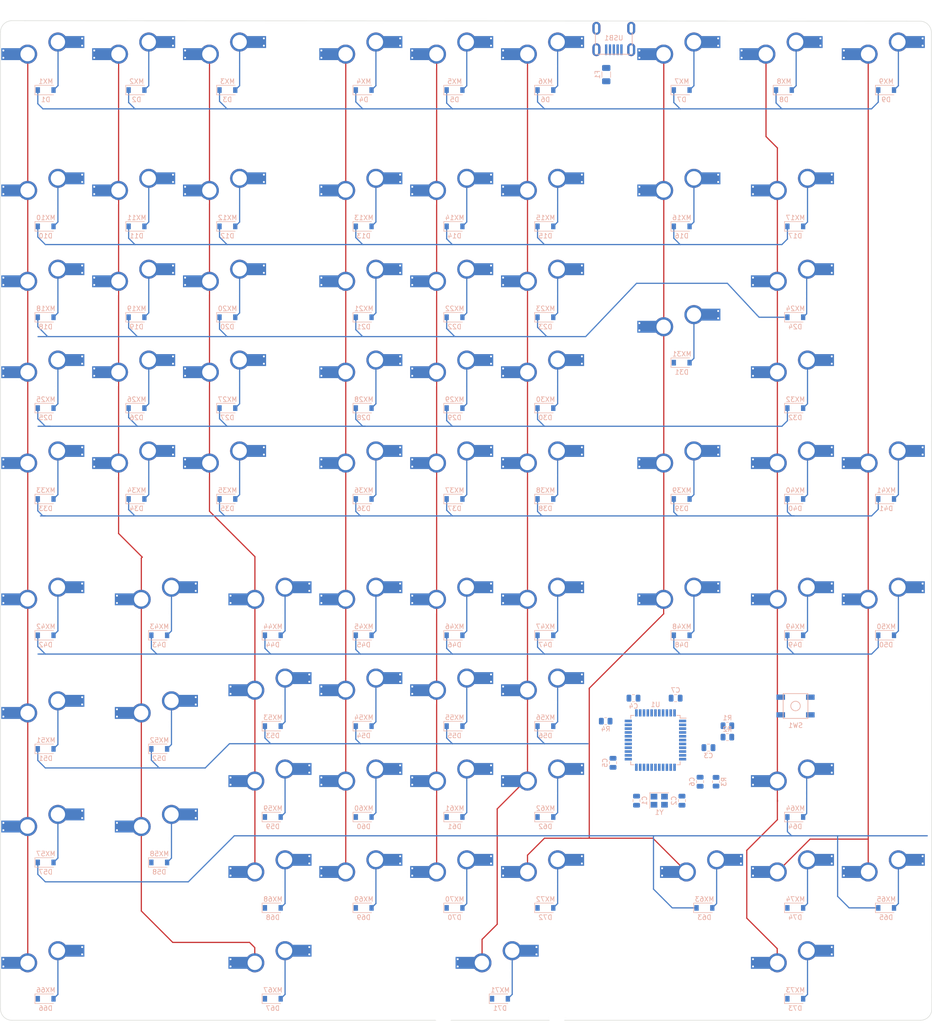
<source format=kicad_pcb>
(kicad_pcb (version 20211014) (generator pcbnew)
  (layers (0 "F.Cu" signal) (31 "B.Cu" signal) (34 "B.Paste" user) (35 "F.Paste" user) (36 "B.SilkS" user "B.Silkscreen") (37 "F.SilkS" user "F.Silkscreen") (38 "B.Mask" user) (39 "F.Mask" user) (44 "Edge.Cuts" user))
  (net 0 "")
  (net 1 "GND")
  (net 2 "Net-(C1-Pad2)")
  (net 3 "Net-(C2-Pad2)")
  (net 4 "Net-(C3-Pad1)")
  (net 5 "+5V")
  (net 6 "ROW0")
  (net 7 "Net-(D1-Pad2)")
  (net 8 "Net-(D2-Pad2)")
  (net 9 "Net-(D3-Pad2)")
  (net 10 "Net-(D4-Pad2)")
  (net 11 "Net-(D5-Pad2)")
  (net 12 "Net-(D6-Pad2)")
  (net 13 "Net-(D7-Pad2)")
  (net 14 "Net-(D8-Pad2)")
  (net 15 "Net-(D9-Pad2)")
  (net 16 "ROW1")
  (net 17 "Net-(D10-Pad2)")
  (net 18 "Net-(D11-Pad2)")
  (net 19 "Net-(D12-Pad2)")
  (net 20 "Net-(D13-Pad2)")
  (net 21 "Net-(D14-Pad2)")
  (net 22 "Net-(D15-Pad2)")
  (net 23 "Net-(D16-Pad2)")
  (net 24 "Net-(D17-Pad2)")
  (net 25 "ROW2")
  (net 26 "Net-(D18-Pad2)")
  (net 27 "Net-(D19-Pad2)")
  (net 28 "Net-(D20-Pad2)")
  (net 29 "Net-(D21-Pad2)")
  (net 30 "Net-(D22-Pad2)")
  (net 31 "Net-(D23-Pad2)")
  (net 32 "Net-(D24-Pad2)")
  (net 33 "ROW3")
  (net 34 "Net-(D25-Pad2)")
  (net 35 "Net-(D26-Pad2)")
  (net 36 "Net-(D27-Pad2)")
  (net 37 "Net-(D28-Pad2)")
  (net 38 "Net-(D29-Pad2)")
  (net 39 "Net-(D30-Pad2)")
  (net 40 "Net-(D31-Pad2)")
  (net 41 "Net-(D32-Pad2)")
  (net 42 "ROW4")
  (net 43 "Net-(D33-Pad2)")
  (net 44 "Net-(D34-Pad2)")
  (net 45 "Net-(D35-Pad2)")
  (net 46 "Net-(D36-Pad2)")
  (net 47 "Net-(D37-Pad2)")
  (net 48 "Net-(D38-Pad2)")
  (net 49 "Net-(D39-Pad2)")
  (net 50 "Net-(D40-Pad2)")
  (net 51 "Net-(D41-Pad2)")
  (net 52 "ROW5")
  (net 53 "Net-(D42-Pad2)")
  (net 54 "Net-(D43-Pad2)")
  (net 55 "Net-(D44-Pad2)")
  (net 56 "Net-(D45-Pad2)")
  (net 57 "Net-(D46-Pad2)")
  (net 58 "Net-(D47-Pad2)")
  (net 59 "Net-(D48-Pad2)")
  (net 60 "Net-(D49-Pad2)")
  (net 61 "Net-(D50-Pad2)")
  (net 62 "ROW6")
  (net 63 "Net-(D51-Pad2)")
  (net 64 "Net-(D52-Pad2)")
  (net 65 "Net-(D53-Pad2)")
  (net 66 "Net-(D54-Pad2)")
  (net 67 "Net-(D55-Pad2)")
  (net 68 "Net-(D56-Pad2)")
  (net 69 "ROW7")
  (net 70 "Net-(D57-Pad2)")
  (net 71 "Net-(D58-Pad2)")
  (net 72 "Net-(D59-Pad2)")
  (net 73 "Net-(D60-Pad2)")
  (net 74 "Net-(D61-Pad2)")
  (net 75 "Net-(D62-Pad2)")
  (net 76 "Net-(D63-Pad2)")
  (net 77 "Net-(D64-Pad2)")
  (net 78 "Net-(D65-Pad2)")
  (net 79 "ROW8")
  (net 80 "Net-(D66-Pad2)")
  (net 81 "Net-(D67-Pad2)")
  (net 82 "Net-(D68-Pad2)")
  (net 83 "Net-(D69-Pad2)")
  (net 84 "Net-(D70-Pad2)")
  (net 85 "Net-(D71-Pad2)")
  (net 86 "Net-(D72-Pad2)")
  (net 87 "Net-(D73-Pad2)")
  (net 88 "Net-(D74-Pad2)")
  (net 89 "VCC")
  (net 90 "COL0")
  (net 91 "cOL1")
  (net 92 "COL2")
  (net 93 "COL3")
  (net 94 "COL4")
  (net 95 "COL5")
  (net 96 "COL6")
  (net 97 "COL7")
  (net 98 "COL8")
  (net 99 "D-")
  (net 100 "Net-(R1-Pad2)")
  (net 101 "D+")
  (net 102 "Net-(R2-Pad2)")
  (net 103 "Net-(R3-Pad2)")
  (net 104 "Net-(R4-Pad1)")
  (footprint "MX_Only:MXOnly-1U-Hotswap-Antishear-Dvdcd-Mod" (layer "F.Cu") (at -308.0036 84.1629)
    (fp_text reference "MX11")
    (fp_text value "MX-NoLED")
  )
  (footprint "MX_Only:MXOnly-1U-Hotswap-Antishear-Dvdcd-Mod" (layer "F.Cu") (at -241.3286 207.9879)
    (fp_text reference "MX61")
    (fp_text value "MX-NoLED")
  )
  (footprint "MX_Only:MXOnly-1U-Hotswap-Antishear-Dvdcd-Mod" (layer "F.Cu") (at -327.0536 122.2629)
    (fp_text reference "MX25")
    (fp_text value "MX-NoLED")
  )
  (footprint "MX_Only:MXOnly-1U-Hotswap-Antishear-Dvdcd-Mod" (layer "F.Cu") (at -241.3286 55.5879)
    (fp_text reference "MX5")
    (fp_text value "MX-NoLED")
  )
  (footprint "MX_Only:MXOnly-1U-Hotswap-Antishear-Dvdcd-Mod" (layer "F.Cu") (at -222.2786 55.5879)
    (fp_text reference "MX6")
    (fp_text value "MX-NoLED")
  )
  (footprint "MX_Only:MXOnly-1U-Hotswap-Antishear-Dvdcd-Mod" (layer "F.Cu") (at -327.0536 193.7004)
    (fp_text reference "MX51")
    (fp_text value "MX-NoLED")
  )
  (footprint "MX_Only:MXOnly-1U-Hotswap-Antishear-Dvdcd-Mod" (layer "F.Cu") (at -241.3286 169.8879)
    (fp_text reference "MX46")
    (fp_text value "MX-NoLED")
  )
  (footprint "MX_Only:MXOnly-1U-Hotswap-Antishear-Dvdcd-Mod" (layer "F.Cu") (at -222.2786 227.0379)
    (fp_text reference "MX72")
    (fp_text value "MX-NoLED")
  )
  (footprint "MX_Only:MXOnly-1U-Hotswap-Antishear-Dvdcd-Mod" (layer "F.Cu") (at -327.0536 217.5129)
    (fp_text reference "MX57")
    (fp_text value "MX-NoLED")
  )
  (footprint "MX_Only:MXOnly-1U-Hotswap-Antishear-Dvdcd-Mod" (layer "F.Cu") (at -308.0036 103.2129)
    (fp_text reference "MX19")
    (fp_text value "MX-NoLED")
  )
  (footprint "MX_Only:MXOnly-1U-Hotswap-Antishear-Dvdcd-Mod" (layer "F.Cu") (at -260.3786 227.0379)
    (fp_text reference "MX69")
    (fp_text value "MX-NoLED")
  )
  (footprint "MX_Only:MXOnly-1U-Hotswap-Antishear-Dvdcd-Mod" (layer "F.Cu") (at -241.3286 188.9379)
    (fp_text reference "MX55")
    (fp_text value "MX-NoLED")
  )
  (footprint "MX_Only:MXOnly-1U-Hotswap-Antishear-Dvdcd-Mod" (layer "F.Cu") (at -241.3286 103.2129)
    (fp_text reference "MX22")
    (fp_text value "MX-NoLED")
  )
  (footprint "MX_Only:MXOnly-1U-Hotswap-Antishear-Dvdcd-Mod" (layer "F.Cu") (at -150.8411 55.5879)
    (fp_text reference "MX9")
    (fp_text value "MX-NoLED")
  )
  (footprint "MX_Only:MXOnly-1U-Hotswap-Antishear-Dvdcd-Mod" (layer "F.Cu") (at -279.4286 246.0879)
    (fp_text reference "MX67")
    (fp_text value "MX-NoLED")
  )
  (footprint "MX_Only:MXOnly-1U-Hotswap-Antishear-Dvdcd-Mod" (layer "F.Cu") (at -169.8911 169.8879)
    (fp_text reference "MX49")
    (fp_text value "MX-NoLED")
  )
  (footprint "MX_Only:MXOnly-1U-Hotswap-Antishear-Dvdcd-Mod" (layer "F.Cu") (at -288.9536 141.3129)
    (fp_text reference "MX35")
    (fp_text value "MX-NoLED")
  )
  (footprint "MX_Only:MXOnly-1U-Hotswap-Antishear-Dvdcd-Mod" (layer "F.Cu") (at -260.3786 141.3129)
    (fp_text reference "MX36")
    (fp_text value "MX-NoLED")
  )
  (footprint "MX_Only:MXOnly-1U-Hotswap-Antishear-Dvdcd-Mod" (layer "F.Cu") (at -288.9536 84.1629)
    (fp_text reference "MX12")
    (fp_text value "MX-NoLED")
  )
  (footprint "MX_Only:MXOnly-1U-Hotswap-Antishear-Dvdcd-Mod" (layer "F.Cu") (at -279.4286 227.0379)
    (fp_text reference "MX68")
    (fp_text value "MX-NoLED")
  )
  (footprint "MX_Only:MXOnly-1U-Hotswap-Antishear-Dvdcd-Mod" (layer "F.Cu") (at -327.0536 169.8879)
    (fp_text reference "MX42")
    (fp_text value "MX-NoLED")
  )
  (footprint "MX_Only:MXOnly-1U-Hotswap-Antishear-Dvdcd-Mod" (layer "F.Cu") (at -303.2411 193.7004)
    (fp_text reference "MX52")
    (fp_text value "MX-NoLED")
  )
  (footprint "marbastlib-mx:STAB_MX_2u" (layer "F.Cu") (at -231.8036 246.0879)
    (fp_text reference "S71" hide)
    (fp_text value "MX_stab")
  )
  (footprint "MX_Only:MXOnly-1U-Hotswap-Antishear-Dvdcd-Mod" (layer "F.Cu") (at -222.2786 84.1629)
    (fp_text reference "MX15")
    (fp_text value "MX-NoLED")
  )
  (footprint "MX_Only:MXOnly-1U-Hotswap-Antishear-Dvdcd-Mod" (layer "F.Cu") (at -241.3286 84.1629)
    (fp_text reference "MX14")
    (fp_text value "MX-NoLED")
  )
  (footprint "MX_Only:MXOnly-1U-Hotswap-Antishear-Dvdcd-Mod" (layer "F.Cu") (at -279.4286 188.9379)
    (fp_text reference "MX53")
    (fp_text value "MX-NoLED")
  )
  (footprint "MX_Only:MXOnly-1U-Hotswap-Antishear-Dvdcd-Mod" (layer "F.Cu") (at -169.8911 141.3129)
    (fp_text reference "MX40")
    (fp_text value "MX-NoLED")
  )
  (footprint "MX_Only:MXOnly-1U-Hotswap-Antishear-Dvdcd-Mod" (layer "F.Cu") (at -327.0536 246.0879)
    (fp_text reference "MX66")
    (fp_text value "MX-NoLED")
  )
  (footprint "MX_Only:MXOnly-1U-Hotswap-Antishear-Dvdcd-Mod" (layer "F.Cu") (at -327.0536 84.1629)
    (fp_text reference "MX10")
    (fp_text value "MX-NoLED")
  )
  (footprint "MX_Only:MXOnly-1U-Hotswap-Antishear-Dvdcd-Mod" (layer "F.Cu") (at -260.3786 103.2129)
    (fp_text reference "MX21")
    (fp_text value "MX-NoLED")
  )
  (footprint "MX_Only:MXOnly-1U-Hotswap-Antishear-Dvdcd-Mod" (layer "F.Cu") (at -222.2786 207.9879)
    (fp_text reference "MX62")
    (fp_text value "MX-NoLED")
  )
  (footprint "MX_Only:MXOnly-1U-Hotswap-Antishear-Dvdcd-Mod" (layer "F.Cu") (at -169.8911 122.2629)
    (fp_text reference "MX32")
    (fp_text value "MX-NoLED")
  )
  (footprint "MX_Only:MXOnly-1U-Hotswap-Antishear-Dvdcd-Mod" (layer "F.Cu") (at -222.2786 188.9379)
    (fp_text reference "MX56")
    (fp_text value "MX-NoLED")
  )
  (footprint "MX_Only:MXOnly-1U-Hotswap-Antishear-Dvdcd-Mod" (layer "F.Cu") (at -222.2786 141.3129)
    (fp_text reference "MX38")
    (fp_text value "MX-NoLED")
  )
  (footprint "MX_Only:MXOnly-1U-Hotswap-Antishear-Dvdcd-Mod" (layer "F.Cu") (at -279.4286 169.8879)
    (fp_text reference "MX44")
    (fp_text value "MX-NoLED")
  )
  (footprint "MX_Only:MXOnly-1U-Hotswap-Antishear-Dvdcd-Mod" (layer "F.Cu") (at -169.8911 227.0379)
    (fp_text reference "MX74")
    (fp_text value "MX-NoLED")
  )
  (footprint "MX_Only:MXOnly-1U-Hotswap-Antishear-Dvdcd-Mod" (layer "F.Cu") (at -260.3786 122.2629)
    (fp_text reference "MX28")
    (fp_text value "MX-NoLED")
  )
  (footprint "MX_Only:MXOnly-1U-Hotswap-Antishear-Dvdcd-Mod" (layer "F.Cu") (at -222.2786 122.2629)
    (fp_text reference "MX30")
    (fp_text value "MX-NoLED")
  )
  (footprint "MX_Only:MXOnly-1U-Hotswap-Antishear-Dvdcd-Mod" (layer "F.Cu") (at -188.9411 227.0379)
    (fp_text reference "MX63")
    (fp_text value "MX-NoLED")
  )
  (footprint "MX_Only:MXOnly-1U-Hotswap-Antishear-Dvdcd-Mod" (layer "F.Cu") (at -260.3786 207.9879)
    (fp_text reference "MX60")
    (fp_text value "MX-NoLED")
  )
  (footprint "MX_Only:MXOnly-1U-Hotswap-Antishear-Dvdcd-Mod" (layer "F.Cu") (at -260.3786 169.8879)
    (fp_text reference "MX45")
    (fp_text value "MX-NoLED")
  )
  (footprint "MX_Only:MXOnly-1U-Hotswap-Antishear-Dvdcd-Mod" (layer "F.Cu") (at -169.8911 207.9879)
    (fp_text reference "MX64")
    (fp_text value "MX-NoLED")
  )
  (footprint "MX_Only:MXOnly-1U-Hotswap-Antishear-Dvdcd-Mod" (layer "F.Cu") (at -308.0036 122.2629)
    (fp_text reference "MX26")
    (fp_text value "MX-NoLED")
  )
  (footprint "MX_Only:MXOnly-1U-Hotswap-Antishear-Dvdcd-Mod" (layer "F.Cu") (at -169.8911 103.2129)
    (fp_text reference "MX24")
    (fp_text value "MX-NoLED")
  )
  (footprint "MX_Only:MXOnly-1U-Hotswap-Antishear-Dvdcd-Mod" (layer "F.Cu") (at -260.3786 84.1629)
    (fp_text reference "MX13")
    (fp_text value "MX-NoLED")
  )
  (footprint "MX_Only:MXOnly-1U-Hotswap-Antishear-Dvdcd-Mod" (layer "F.Cu") (at -231.8036 246.0879)
    (fp_text reference "MX71")
    (fp_text value "MX-NoLED")
  )
  (footprint "MX_Only:MXOnly-1U-Hotswap-Antishear-Dvdcd-Mod" (layer "F.Cu") (at -241.3286 141.3129)
    (fp_text reference "MX37")
    (fp_text value "MX-NoLED")
  )
  (footprint "MX_Only:MXOnly-1U-Hotswap-Antishear-Dvdcd-Mod" (layer "F.Cu") (at -327.0536 55.5879)
    (fp_text reference "MX1")
    (fp_text value "MX-NoLED")
  )
  (footprint "MX_Only:MXOnly-1U-Hotswap-Antishear-Dvdcd-Mod" (layer "F.Cu") (at -222.2786 103.2129)
    (fp_text reference "MX23")
    (fp_text value "MX-NoLED")
  )
  (footprint "MX_Only:MXOnly-1U-Hotswap-Antishear-Dvdcd-Mod" (layer "F.Cu") (at -222.2786 169.8879)
    (fp_text reference "MX47")
    (fp_text value "MX-NoLED")
  )
  (footprint "MX_Only:MXOnly-1U-Hotswap-Antishear-Dvdcd-Mod" (layer "F.Cu") (at -288.9536 55.5879)
    (fp_text reference "MX3")
    (fp_text value "MX-NoLED")
  )
  (footprint "MX_Only:MXOnly-1U-Hotswap-Antishear-Dvdcd-Mod" (layer "F.Cu") (at -241.3286 227.0379)
    (fp_text reference "MX70")
    (fp_text value "MX-NoLED")
  )
  (footprint "MX_Only:MXOnly-1U-Hotswap-Antishear-Dvdcd-Mod" (layer "F.Cu") (at -193.7036 84.1629)
    (fp_text reference "MX16")
    (fp_text value "MX-NoLED")
  )
  (footprint "MX_Only:MXOnly-1U-Hotswap-Antishear-Dvdcd-Mod" (layer "F.Cu") (at -172.27235 55.5879)
    (fp_text reference "MX8")
    (fp_text value "MX-NoLED")
  )
  (footprint "MX_Only:MXOnly-1U-Hotswap-Antishear-Dvdcd-Mod" (layer "F.Cu") (at -327.0536 141.3129)
    (fp_text reference "MX33")
    (fp_text value "MX-NoLED")
  )
  (footprint "MX_Only:MXOnly-1U-Hotswap-Antishear-Dvdcd-Mod" (layer "F.Cu") (at -308.0036 55.5879)
    (fp_text reference "MX2")
    (fp_text value "MX-NoLED")
  )
  (footprint "MX_Only:MXOnly-1U-Hotswap-Antishear-Dvdcd-Mod" (layer "F.Cu") (at -288.9536 122.2629)
    (fp_text reference "MX27")
    (fp_text value "MX-NoLED")
  )
  (footprint "MX_Only:MXOnly-1U-Hotswap-Antishear-Dvdcd-Mod" (layer "F.Cu") (at -193.7036 112.7379)
    (fp_text reference "MX31")
    (fp_text value "MX-NoLED")
  )
  (footprint "MX_Only:MXOnly-1U-Hotswap-Antishear-Dvdcd-Mod" (layer "F.Cu") (at -150.8411 169.8879)
    (fp_text reference "MX50")
    (fp_text value "MX-NoLED")
  )
  (footprint "MX_Only:MXOnly-1U-Hotswap-Antishear-Dvdcd-Mod" (layer "F.Cu") (at -150.8411 141.3129)
    (fp_text reference "MX41")
    (fp_text value "MX-NoLED")
  )
  (footprint "MX_Only:MXOnly-1U-Hotswap-Antishear-Dvdcd-Mod" (layer "F.Cu") (at -279.4286 207.9879)
    (fp_text reference "MX59")
    (fp_text value "MX-NoLED")
  )
  (footprint "MX_Only:MXOnly-1U-Hotswap-Antishear-Dvdcd-Mod" (layer "F.Cu") (at -150.8411 227.0379)
    (fp_text reference "MX65")
    (fp_text value "MX-NoLED")
  )
  (footprint "MX_Only:MXOnly-1U-Hotswap-Antishear-Dvdcd-Mod" (layer "F.Cu") (at -193.7036 169.8879)
    (fp_text reference "MX48")
    (fp_text value "MX-NoLED")
  )
  (footprint "MX_Only:MXOnly-1U-Hotswap-Antishear-Dvdcd-Mod" (layer "F.Cu") (at -303.2411 217.5129)
    (fp_text reference "MX58")
    (fp_text value "MX-NoLED")
  )
  (footprint "MX_Only:MXOnly-1U-Hotswap-Antishear-Dvdcd-Mod" (layer "F.Cu") (at -169.8911 246.0879)
    (fp_text reference "MX73")
    (fp_text value "MX-NoLED")
  )
  (footprint "MX_Only:MXOnly-1U-Hotswap-Antishear-Dvdcd-Mod" (layer "F.Cu") (at -288.9536 103.2129)
    (fp_text reference "MX20")
    (fp_text value "MX-NoLED")
  )
  (footprint "MX_Only:MXOnly-1U-Hotswap-Antishear-Dvdcd-Mod" (layer "F.Cu") (at -303.2411 169.8879)
    (fp_text reference "MX43")
    (fp_text value "MX-NoLED")
  )
  (footprint "MX_Only:MXOnly-1U-Hotswap-Antishear-Dvdcd-Mod" (layer "F.Cu") (at -308.0036 141.3129)
    (fp_text reference "MX34")
    (fp_text value "MX-NoLED")
  )
  (footprint "MX_Only:MXOnly-1U-Hotswap-Antishear-Dvdcd-Mod" (layer "F.Cu") (at -193.7036 141.3129)
    (fp_text reference "MX39")
    (fp_text value "MX-NoLED")
  )
  (footprint "MX_Only:MXOnly-1U-Hotswap-Antishear-Dvdcd-Mod" (layer "F.Cu") (at -169.8911 84.1629)
    (fp_text reference "MX17")
    (fp_text value "MX-NoLED")
  )
  (footprint "MX_Only:MXOnly-1U-Hotswap-Antishear-Dvdcd-Mod" (layer "F.Cu") (at -260.3786 55.5879)
    (fp_text reference "MX4")
    (fp_text value "MX-NoLED")
  )
  (footprint "MX_Only:MXOnly-1U-Hotswap-Antishear-Dvdcd-Mod" (layer "F.Cu") (at -193.7036 55.5879)
    (fp_text reference "MX7")
    (fp_text value "MX-NoLED")
  )
  (footprint "MX_Only:MXOnly-1U-Hotswap-Antishear-Dvdcd-Mod" (layer "F.Cu") (at -327.0536 103.2129)
    (fp_text reference "MX18")
    (fp_text value "MX-NoLED")
  )
  (footprint "MX_Only:MXOnly-1U-Hotswap-Antishear-Dvdcd-Mod" (layer "F.Cu") (at -260.3786 188.9379)
    (fp_text reference "MX54")
    (fp_text value "MX-NoLED")
  )
  (footprint "MX_Only:MXOnly-1U-Hotswap-Antishear-Dvdcd-Mod" (layer "F.Cu") (at -241.3286 122.2629)
    (fp_text reference "MX29")
    (fp_text value "MX-NoLED")
  )
  (footprint "Diode_SMD:D_SOD-123" (layer "B.Cu") (at -169.9165 108.204)
    (fp_text reference "D24")
    (fp_text value "SOD-123")
  )
  (footprint "Diode_SMD:D_SOD-123" (layer "B.Cu") (at -279.454 193.929)
    (fp_text reference "D53")
    (fp_text value "SOD-123")
  )
  (footprint "Diode_SMD:D_SOD-123" (layer "B.Cu") (at -241.354 127.254)
    (fp_text reference "D29")
    (fp_text value "SOD-123")
  )
  (footprint "Capacitor_SMD:C_0805_2012Metric" (layer "B.Cu") (at -208.13125 201.6125 -90)
    (fp_text reference "C5")
    (fp_text value "0.1uF")
  )
  (footprint "Diode_SMD:D_SOD-123" (layer "B.Cu") (at -222.304 60.579)
    (fp_text reference "D6")
    (fp_text value "SOD-123")
  )
  (footprint "Capacitor_SMD:C_0805_2012Metric" (layer "B.Cu") (at -203.2 209.55 90)
    (fp_text reference "C1")
    (fp_text value "22pF")
  )
  (footprint "Crystal:Crystal_SMD_3225-4Pin_3.2x2.5mm" (layer "B.Cu") (at -198.4375 209.55)
    (fp_text reference "Y1")
    (fp_text value "16MHz")
  )
  (footprint "Diode_SMD:D_SOD-123" (layer "B.Cu") (at -327.079 146.304)
    (fp_text reference "D33")
    (fp_text value "SOD-123")
  )
  (footprint "Diode_SMD:D_SOD-123" (layer "B.Cu") (at -260.404 89.154)
    (fp_text reference "D13")
    (fp_text value "SOD-123")
  )
  (footprint "Diode_SMD:D_SOD-123" (layer "B.Cu") (at -308.029 89.154)
    (fp_text reference "D11")
    (fp_text value "SOD-123")
  )
  (footprint "Diode_SMD:D_SOD-123" (layer "B.Cu") (at -150.8665 60.579)
    (fp_text reference "D9")
    (fp_text value "SOD-123")
  )
  (footprint "Diode_SMD:D_SOD-123" (layer "B.Cu") (at -308.029 108.204)
    (fp_text reference "D19")
    (fp_text value "SOD-123")
  )
  (footprint "Diode_SMD:D_SOD-123" (layer "B.Cu") (at -303.2665 198.6915)
    (fp_text reference "D52")
    (fp_text value "SOD-123")
  )
  (footprint "Capacitor_SMD:C_0805_2012Metric" (layer "B.Cu") (at -203.836252 188.06)
    (fp_text reference "C4")
    (fp_text value "0.1uF")
  )
  (footprint "Resistor_SMD:R_0805_2012Metric" (layer "B.Cu") (at -186.53125 205.58125 90)
    (fp_text reference "R3")
    (fp_text value "10k")
  )
  (footprint "Diode_SMD:D_SOD-123" (layer "B.Cu") (at -172.29775 60.579)
    (fp_text reference "D8")
    (fp_text value "SOD-123")
  )
  (footprint "Diode_SMD:D_SOD-123" (layer "B.Cu") (at -169.9165 251.079)
    (fp_text reference "D73")
    (fp_text value "SOD-123")
  )
  (footprint "Diode_SMD:D_SOD-123" (layer "B.Cu") (at -193.729 146.304)
    (fp_text reference "D39")
    (fp_text value "SOD-123")
  )
  (footprint "Diode_SMD:D_SOD-123" (layer "B.Cu") (at -279.454 212.979)
    (fp_text reference "D59")
    (fp_text value "SOD-123")
  )
  (footprint "Diode_SMD:D_SOD-123" (layer "B.Cu") (at -308.029 146.304)
    (fp_text reference "D34")
    (fp_text value "SOD-123")
  )
  (footprint "Diode_SMD:D_SOD-123" (layer "B.Cu") (at -260.404 193.929)
    (fp_text reference "D54")
    (fp_text value "SOD-123")
  )
  (footprint "Diode_SMD:D_SOD-123" (layer "B.Cu") (at -222.304 89.154)
    (fp_text reference "D15")
    (fp_text value "SOD-123")
  )
  (footprint "Diode_SMD:D_SOD-123" (layer "B.Cu") (at -188.9665 232.029)
    (fp_text reference "D63")
    (fp_text value "SOD-123")
  )
  (footprint "Diode_SMD:D_SOD-123" (layer "B.Cu") (at -260.404 146.304)
    (fp_text reference "D36")
    (fp_text value "SOD-123")
  )
  (footprint "Diode_SMD:D_SOD-123" (layer "B.Cu") (at -222.304 212.979)
    (fp_text reference "D62")
    (fp_text value "SOD-123")
  )
  (footprint "random-keyboard-parts:Molex-0548190589" (layer "B.Cu") (at -207.9625 47.625 -90)
    (fp_text reference "USB1")
    (fp_text value "Molex-0548190589")
  )
  (footprint "Diode_SMD:D_SOD-123" (layer "B.Cu") (at -193.729 117.729)
    (fp_text reference "D31")
    (fp_text value "SOD-123")
  )
  (footprint "Diode_SMD:D_SOD-123" (layer "B.Cu") (at -241.354 108.204)
    (fp_text reference "D22")
    (fp_text value "SOD-123")
  )
  (footprint "Diode_SMD:D_SOD-123" (layer "B.Cu") (at -169.9165 89.154)
    (fp_text reference "D17")
    (fp_text value "SOD-123")
  )
  (footprint "Diode_SMD:D_SOD-123" (layer "B.Cu") (at -241.354 89.154)
    (fp_text reference "D14")
    (fp_text value "SOD-123")
  )
  (footprint "Diode_SMD:D_SOD-123" (layer "B.Cu") (at -260.404 60.579)
    (fp_text reference "D4")
    (fp_text value "SOD-123")
  )
  (footprint "Capacitor_SMD:C_0805_2012Metric" (layer "B.Cu") (at -193.675 209.55 -90)
    (fp_text reference "C2")
    (fp_text value "22pF")
  )
  (footprint "Diode_SMD:D_SOD-123" (layer "B.Cu") (at -288.979 60.579)
    (fp_text reference "D3")
    (fp_text value "SOD-123")
  )
  (footprint "Diode_SMD:D_SOD-123" (layer "B.Cu") (at -222.304 108.204)
    (fp_text reference "D23")
    (fp_text value "SOD-123")
  )
  (footprint "Diode_SMD:D_SOD-123" (layer "B.Cu") (at -303.2665 174.879)
    (fp_text reference "D43")
    (fp_text value "SOD-123")
  )
  (footprint "Diode_SMD:D_SOD-123" (layer "B.Cu") (at -327.079 198.6915)
    (fp_text reference "D51")
    (fp_text value "SOD-123")
  )
  (footprint "Diode_SMD:D_SOD-123" (layer "B.Cu") (at -169.9165 212.979)
    (fp_text reference "D64")
    (fp_text value "SOD-123")
  )
  (footprint "Diode_SMD:D_SOD-123" (layer "B.Cu") (at -241.354 193.929)
    (fp_text reference "D55")
    (fp_text value "SOD-123")
  )
  (footprint "Diode_SMD:D_SOD-123" (layer "B.Cu") (at -241.354 212.979)
    (fp_text reference "D61")
    (fp_text value "SOD-123")
  )
  (footprint "Diode_SMD:D_SOD-123" (layer "B.Cu") (at -241.354 232.029)
    (fp_text reference "D70")
    (fp_text value "SOD-123")
  )
  (footprint "Diode_SMD:D_SOD-123" (layer "B.Cu") (at -260.404 127.254)
    (fp_text reference "D28")
    (fp_text value "SOD-123")
  )
  (footprint "Diode_SMD:D_SOD-123" (layer "B.Cu") (at -260.404 108.204)
    (fp_text reference "D21")
    (fp_text value "SOD-123")
  )
  (footprint "Diode_SMD:D_SOD-123" (layer "B.Cu") (at -279.454 174.879)
    (fp_text reference "D44")
    (fp_text value "SOD-123")
  )
  (footprint "Diode_SMD:D_SOD-123" (layer "B.Cu") (at -169.9165 146.304)
    (fp_text reference "D40")
    (fp_text value "SOD-123")
  )
  (footprint "Diode_SMD:D_SOD-123" (layer "B.Cu") (at -150.8665 146.304)
    (fp_text reference "D41")
    (fp_text value "SOD-123")
  )
  (footprint "Diode_SMD:D_SOD-123" (layer "B.Cu") (at -193.729 60.579)
    (fp_text reference "D7")
    (fp_text value "SOD-123")
  )
  (footprint "Diode_SMD:D_SOD-123" (layer "B.Cu") (at -150.8665 232.029)
    (fp_text reference "D65")
    (fp_text value "SOD-123")
  )
  (footprint "Diode_SMD:D_SOD-123" (layer "B.Cu") (at -260.404 232.029)
    (fp_text reference "D69")
    (fp_text value "SOD-123")
  )
  (footprint "Diode_SMD:D_SOD-123" (layer "B.Cu") (at -327.079 108.204)
    (fp_text reference "D18")
    (fp_text value "SOD-123")
  )
  (footprint "Diode_SMD:D_SOD-123" (layer "B.Cu") (at -308.029 127.254)
    (fp_text reference "D26")
    (fp_text value "SOD-123")
  )
  (footprint "Capacitor_SMD:C_0805_2012Metric" (layer "B.Cu") (at -189.875 205.58125 -90)
    (fp_text reference "C6")
    (fp_text value "0.1uF")
  )
  (footprint "Diode_SMD:D_SOD-123" (layer "B.Cu") (at -231.829 251.079)
    (fp_text reference "D71")
    (fp_text value "SOD-123")
  )
  (footprint "Diode_SMD:D_SOD-123" (layer "B.Cu") (at -222.304 174.879)
    (fp_text reference "D47")
    (fp_text value "SOD-123")
  )
  (footprint "Diode_SMD:D_SOD-123" (layer "B.Cu") (at -327.079 127.254)
    (fp_text reference "D25")
    (fp_text value "SOD-123")
  )
  (footprint "Diode_SMD:D_SOD-123" (layer "B.Cu") (at -241.354 60.579)
    (fp_text reference "D5")
    (fp_text value "SOD-123")
  )
  (footprint "Diode_SMD:D_SOD-123" (layer "B.Cu") (at -288.979 108.204)
    (fp_text reference "D20")
    (fp_text value "SOD-123")
  )
  (footprint "Capacitor_SMD:C_0805_2012Metric" (layer "B.Cu") (at -195.001248 188.06 180)
    (fp_text reference "C7")
    (fp_text value "10uF")
  )
  (footprint "Diode_SMD:D_SOD-123" (layer "B.Cu") (at -327.079 174.879)
    (fp_text reference "D42")
    (fp_text value "SOD-123")
  )
  (footprint "Fuse:Fuse_1206_3216Metric" (layer "B.Cu") (at -209.55 57.3375 -90)
    (fp_text reference "F1")
    (fp_text value "500mA")
  )
  (footprint "Diode_SMD:D_SOD-123" (layer "B.Cu") (at -327.079 251.079)
    (fp_text reference "D66")
    (fp_text value "SOD-123")
  )
  (footprint "Diode_SMD:D_SOD-123" (layer "B.Cu") (at -241.354 174.879)
    (fp_text reference "D46")
    (fp_text value "SOD-123")
  )
  (footprint "Diode_SMD:D_SOD-123" (layer "B.Cu") (at -150.8665 174.879)
    (fp_text reference "D50")
    (fp_text value "SOD-123")
  )
  (footprint "Diode_SMD:D_SOD-123" (layer "B.Cu") (at -303.2665 222.504)
    (fp_text reference "D58")
    (fp_text value "SOD-123")
  )
  (footprint "Diode_SMD:D_SOD-123" (layer "B.Cu") (at -260.404 174.879)
    (fp_text reference "D45")
    (fp_text value "SOD-123")
  )
  (footprint "Diode_SMD:D_SOD-123" (layer "B.Cu") (at -169.9165 232.029)
    (fp_text reference "D74")
    (fp_text value "SOD-123")
  )
  (footprint "Diode_SMD:D_SOD-123" (layer "B.Cu") (at -222.304 232.029)
    (fp_text reference "D72")
    (fp_text value "SOD-123")
  )
  (footprint "Resistor_SMD:R_0805_2012Metric" (layer "B.Cu") (at -209.66875 192.88125)
    (fp_text reference "R4")
    (fp_text value "10k")
  )
  (footprint "Diode_SMD:D_SOD-123" (layer "B.Cu") (at -241.354 146.304)
    (fp_text reference "D37")
    (fp_text value "SOD-123")
  )
  (footprint "Diode_SMD:D_SOD-123" (layer "B.Cu") (at -327.079 60.579)
    (fp_text reference "D1")
    (fp_text value "SOD-123")
  )
  (footprint "Diode_SMD:D_SOD-123" (layer "B.Cu") (at -193.729 174.879)
    (fp_text reference "D48")
    (fp_text value "SOD-123")
  )
  (footprint "Package_QFP:TQFP-44_10x10mm_P0.8mm" (layer "B.Cu") (at -199.23125 196.85 180)
    (fp_text reference "U1")
    (fp_text value "ATmega32U4-A")
  )
  (footprint "Diode_SMD:D_SOD-123" (layer "B.Cu") (at -222.304 127.254)
    (fp_text reference "D30")
    (fp_text value "SOD-123")
  )
  (footprint "Diode_SMD:D_SOD-123" (layer "B.Cu") (at -222.304 193.929)
    (fp_text reference "D56")
    (fp_text value "SOD-123")
  )
  (footprint "Diode_SMD:D_SOD-123" (layer "B.Cu") (at -169.9165 174.879)
    (fp_text reference "D49")
    (fp_text value "SOD-123")
  )
  (footprint "Diode_SMD:D_SOD-123" (layer "B.Cu") (at -288.979 127.254)
    (fp_text reference "D27")
    (fp_text value "SOD-123")
  )
  (footprint "Resistor_SMD:R_0805_2012Metric" (layer "B.Cu") (at -184.15 196.225 180)
    (fp_text reference "R2")
    (fp_text value "22")
  )
  (footprint "Diode_SMD:D_SOD-123" (layer "B.Cu") (at -308.029 60.579)
    (fp_text reference "D2")
    (fp_text value "SOD-123")
  )
  (footprint "Diode_SMD:D_SOD-123" (layer "B.Cu") (at -222.304 146.304)
    (fp_text reference "D38")
    (fp_text value "SOD-123")
  )
  (footprint "Diode_SMD:D_SOD-123" (layer "B.Cu") (at -169.9165 127.254)
    (fp_text reference "D32")
    (fp_text value "SOD-123")
  )
  (footprint "Diode_SMD:D_SOD-123" (layer "B.Cu") (at -279.454 251.079)
    (fp_text reference "D67")
    (fp_text value "SOD-123")
  )
  (footprint "Capacitor_SMD:C_0805_2012Metric" (layer "B.Cu") (at -188.11875 198.4375)
    (fp_text reference "C3")
    (fp_text value "1uF")
  )
  (footprint "Resistor_SMD:R_0805_2012Metric" (layer "B.Cu") (at -184.15 193.84375 180)
    (fp_text reference "R1")
    (fp_text value "22")
  )
  (footprint "random-keyboard-parts:SKQG-1155865" (layer "B.Cu") (at -169.8625 189.70625 180)
    (fp_text reference "SW1")
    (fp_text value "SW_Push")
  )
  (footprint "Diode_SMD:D_SOD-123" (layer "B.Cu") (at -288.979 89.154)
    (fp_text reference "D12")
    (fp_text value "SOD-123")
  )
  (footprint "Diode_SMD:D_SOD-123" (layer "B.Cu") (at -327.079 89.154)
    (fp_text reference "D10")
    (fp_text value "SOD-123")
  )
  (footprint "Diode_SMD:D_SOD-123" (layer "B.Cu") (at -260.404 212.979)
    (fp_text reference "D60")
    (fp_text value "SOD-123")
  )
  (footprint "Diode_SMD:D_SOD-123" (layer "B.Cu") (at -288.979 146.304)
    (fp_text reference "D35")
    (fp_text value "SOD-123")
  )
  (footprint "Diode_SMD:D_SOD-123" (layer "B.Cu") (at -327.079 222.504)
    (fp_text reference "D57")
    (fp_text value "SOD-123")
  )
  (footprint "Diode_SMD:D_SOD-123" (layer "B.Cu") (at -193.729 89.154)
    (fp_text reference "D16")
    (fp_text value "SOD-123")
  )
  (footprint "Diode_SMD:D_SOD-123" (layer "B.Cu") (at -279.454 232.029)
    (fp_text reference "D68")
    (fp_text value "SOD-123")
  )
  (gr_arc (start -143.765048 46.133798) (mid -142.08125 46.83125) (end -141.383798 48.515048) (layer "Edge.Cuts") (width 0.1))
  (gr_line (start -336.55 253.20625) (end -336.55 48.41875) (layer "Edge.Cuts") (width 0.1))
  (gr_line (start -141.2875 253.20625) (end -141.383798 48.515048) (layer "Edge.Cuts") (width 0.1))
  (gr_arc (start -141.2875 253.20625) (mid -141.984952 254.890048) (end -143.66875 255.5875) (layer "Edge.Cuts") (width 0.1))
  (gr_arc (start -334.16875 255.5875) (mid -335.852548 254.890048) (end -336.55 253.20625) (layer "Edge.Cuts") (width 0.1))
  (gr_line (start -334.16875 255.5875) (end -143.66875 255.5875) (layer "Edge.Cuts") (width 0.1))
  (gr_line (start -143.765048 46.133798) (end -334.16875 46.0375) (layer "Edge.Cuts") (width 0.1))
  (gr_arc (start -336.55 48.41875) (mid -335.852548 46.734952) (end -334.16875 46.0375) (layer "Edge.Cuts") (width 0.1))
  (segment (start -195.379 63.193) (end -194.056 64.516) (width 0.25) (layer "B.Cu") (net 6))
  (segment (start -260.604 64.516) (end -241.808 64.516) (width 0.25) (layer "B.Cu") (net 6))
  (segment (start -309.679 63.193) (end -308.356 64.516) (width 0.25) (layer "B.Cu") (net 6))
  (segment (start -223.954 60.579) (end -223.954 63.066) (width 0.25) (layer "B.Cu") (net 6))
  (segment (start -289.052 64.516) (end -260.604 64.516) (width 0.25) (layer "B.Cu") (net 6))
  (segment (start -328.729 63.447) (end -327.66 64.516) (width 0.25) (layer "B.Cu") (net 6))
  (segment (start -290.629 62.939) (end -289.052 64.516) (width 0.25) (layer "B.Cu") (net 6))
  (segment (start -172.72 64.516) (end -153.924 64.516) (width 0.25) (layer "B.Cu") (net 6))
  (segment (start -290.629 60.579) (end -290.629 62.939) (width 0.25) (layer "B.Cu") (net 6))
  (segment (start -328.729 60.579) (end -328.729 63.447) (width 0.25) (layer "B.Cu") (net 6))
  (segment (start -308.356 64.516) (end -289.052 64.516) (width 0.25) (layer "B.Cu") (net 6))
  (segment (start -194.056 64.516) (end -172.72 64.516) (width 0.25) (layer "B.Cu") (net 6))
  (segment (start -327.66 64.516) (end -308.356 64.516) (width 0.25) (layer "B.Cu") (net 6))
  (segment (start -173.94775 63.28825) (end -172.72 64.516) (width 0.25) (layer "B.Cu") (net 6))
  (segment (start -243.004 60.579) (end -243.004 63.32) (width 0.25) (layer "B.Cu") (net 6))
  (segment (start -241.808 64.516) (end -222.504 64.516) (width 0.25) (layer "B.Cu") (net 6))
  (segment (start -309.679 60.579) (end -309.679 63.193) (width 0.25) (layer "B.Cu") (net 6))
  (segment (start -262.054 63.066) (end -260.604 64.516) (width 0.25) (layer "B.Cu") (net 6))
  (segment (start -223.954 63.066) (end -222.504 64.516) (width 0.25) (layer "B.Cu") (net 6))
  (segment (start -195.379 60.579) (end -195.379 63.193) (width 0.25) (layer "B.Cu") (net 6))
  (segment (start -243.004 63.32) (end -241.808 64.516) (width 0.25) (layer "B.Cu") (net 6))
  (segment (start -262.054 60.579) (end -262.054 63.066) (width 0.25) (layer "B.Cu") (net 6))
  (segment (start -222.504 64.516) (end -194.056 64.516) (width 0.25) (layer "B.Cu") (net 6))
  (segment (start -152.5165 60.579) (end -152.5165 63.1085) (width 0.25) (layer "B.Cu") (net 6))
  (segment (start -173.94775 60.579) (end -173.94775 63.28825) (width 0.25) (layer "B.Cu") (net 6))
  (segment (start -152.5165 63.1085) (end -153.924 64.516) (width 0.25) (layer "B.Cu") (net 6))
  (segment (start -324.485 59.6382) (end -325.4004 60.5536) (width 0.25) (layer "B.Cu") (net 7))
  (segment (start -324.485 50.4825) (end -324.485 59.6382) (width 0.25) (layer "B.Cu") (net 7))
  (segment (start -305.4636 59.6636) (end -306.379 60.579) (width 0.25) (layer "B.Cu") (net 8))
  (segment (start -305.4636 50.5079) (end -305.4636 59.6636) (width 0.25) (layer "B.Cu") (net 8))
  (segment (start -286.4136 59.6636) (end -287.329 60.579) (width 0.25) (layer "B.Cu") (net 9))
  (segment (start -286.4136 50.5079) (end -286.4136 59.6636) (width 0.25) (layer "B.Cu") (net 9))
  (segment (start -257.8386 59.6636) (end -258.754 60.579) (width 0.25) (layer "B.Cu") (net 10))
  (segment (start -257.8386 50.5079) (end -257.8386 59.6636) (width 0.25) (layer "B.Cu") (net 10))
  (segment (start -238.7886 50.5079) (end -238.7886 59.6636) (width 0.25) (layer "B.Cu") (net 11))
  (segment (start -238.7886 59.6636) (end -239.704 60.579) (width 0.25) (layer "B.Cu") (net 11))
  (segment (start -219.7386 50.5079) (end -219.7386 59.6636) (width 0.25) (layer "B.Cu") (net 12))
  (segment (start -219.7386 59.6636) (end -220.654 60.579) (width 0.25) (layer "B.Cu") (net 12))
  (segment (start -191.1636 59.6636) (end -192.079 60.579) (width 0.25) (layer "B.Cu") (net 13))
  (segment (start -191.1636 50.5079) (end -191.1636 59.6636) (width 0.25) (layer "B.Cu") (net 13))
  (segment (start -169.73235 59.6636) (end -170.64775 60.579) (width 0.25) (layer "B.Cu") (net 14))
  (segment (start -169.73235 50.5079) (end -169.73235 59.6636) (width 0.25) (layer "B.Cu") (net 14))
  (segment (start -148.3011 59.6636) (end -149.2165 60.579) (width 0.25) (layer "B.Cu") (net 15))
  (segment (start -148.3011 50.5079) (end -148.3011 59.6636) (width 0.25) (layer "B.Cu") (net 15))
  (segment (start -308.356 92.964) (end -289.052 92.964) (width 0.25) (layer "B.Cu") (net 16))
  (segment (start -262.054 89.154) (end -262.054 91.514) (width 0.25) (layer "B.Cu") (net 16))
  (segment (start -243.004 91.768) (end -241.808 92.964) (width 0.25) (layer "B.Cu") (net 16))
  (segment (start -290.629 89.154) (end -290.629 91.387) (width 0.25) (layer "B.Cu") (net 16))
  (segment (start -223.954 89.154) (end -223.954 91.514) (width 0.25) (layer "B.Cu") (net 16))
  (segment (start -171.5665 89.154) (end -171.5665 91.8105) (width 0.25) (layer "B.Cu") (net 16))
  (segment (start -290.629 91.387) (end -289.052 92.964) (width 0.25) (layer "B.Cu") (net 16))
  (segment (start -241.808 92.964) (end -194.056 92.964) (width 0.25) (layer "B.Cu") (net 16))
  (segment (start -260.604 92.964) (end -241.808 92.964) (width 0.25) (layer "B.Cu") (net 16))
  (segment (start -194.056 92.964) (end -172.72 92.964) (width 0.25) (layer "B.Cu") (net 16))
  (segment (start -171.5665 91.8105) (end -172.72 92.964) (width 0.25) (layer "B.Cu") (net 16))
  (segment (start -328.729 89.154) (end -328.729 91.387) (width 0.25) (layer "B.Cu") (net 16))
  (segment (start -195.379 91.641) (end -194.056 92.964) (width 0.25) (layer "B.Cu") (net 16))
  (segment (start -309.679 91.641) (end -308.356 92.964) (width 0.25) (layer "B.Cu") (net 16))
  (segment (start -262.054 91.514) (end -260.604 92.964) (width 0.25) (layer "B.Cu") (net 16))
  (segment (start -328.729 91.387) (end -327.152 92.964) (width 0.25) (layer "B.Cu") (net 16))
  (segment (start -309.679 89.154) (end -309.679 91.641) (width 0.25) (layer "B.Cu") (net 16))
  (segment (start -327.152 92.964) (end -308.356 92.964) (width 0.25) (layer "B.Cu") (net 16))
  (segment (start -195.379 89.154) (end -195.379 91.641) (width 0.25) (layer "B.Cu") (net 16))
  (segment (start -223.954 91.514) (end -222.504 92.964) (width 0.25) (layer "B.Cu") (net 16))
  (segment (start -243.004 89.154) (end -243.004 91.768) (width 0.25) (layer "B.Cu") (net 16))
  (segment (start -289.052 92.964) (end -260.604 92.964) (width 0.25) (layer "B.Cu") (net 16))
  (segment (start -324.5136 88.2386) (end -325.429 89.154) (width 0.25) (layer "B.Cu") (net 17))
  (segment (start -324.5136 79.0829) (end -324.5136 88.2386) (width 0.25) (layer "B.Cu") (net 17))
  (segment (start -305.4636 79.0829) (end -305.4636 88.2386) (width 0.25) (layer "B.Cu") (net 18))
  (segment (start -305.4636 88.2386) (end -306.379 89.154) (width 0.25) (layer "B.Cu") (net 18))
  (segment (start -286.4136 88.2386) (end -287.329 89.154) (width 0.25) (layer "B.Cu") (net 19))
  (segment (start -286.4136 79.0829) (end -286.4136 88.2386) (width 0.25) (layer "B.Cu") (net 19))
  (segment (start -257.8386 79.0829) (end -257.8386 88.2386) (width 0.25) (layer "B.Cu") (net 20))
  (segment (start -257.8386 88.2386) (end -258.754 89.154) (width 0.25) (layer "B.Cu") (net 20))
  (segment (start -238.7886 88.2386) (end -239.704 89.154) (width 0.25) (layer "B.Cu") (net 21))
  (segment (start -238.7886 79.0829) (end -238.7886 88.2386) (width 0.25) (layer "B.Cu") (net 21))
  (segment (start -219.7386 79.0829) (end -219.7386 88.2386) (width 0.25) (layer "B.Cu") (net 22))
  (segment (start -219.7386 88.2386) (end -220.654 89.154) (width 0.25) (layer "B.Cu") (net 22))
  (segment (start -191.1636 88.2386) (end -192.079 89.154) (width 0.25) (layer "B.Cu") (net 23))
  (segment (start -191.1636 79.0829) (end -191.1636 88.2386) (width 0.25) (layer "B.Cu") (net 23))
  (segment (start -167.3511 88.2386) (end -168.2665 89.154) (width 0.25) (layer "B.Cu") (net 24))
  (segment (start -167.3511 79.0829) (end -167.3511 88.2386) (width 0.25) (layer "B.Cu") (net 24))
  (segment (start -203.2 101.092) (end -184.15 101.092) (width 0.25) (layer "B.Cu") (net 25))
  (segment (start -243.004 110.564) (end -241.3 112.268) (width 0.25) (layer "B.Cu") (net 25))
  (segment (start -262.054 110.818) (end -260.604 112.268) (width 0.25) (layer "B.Cu") (net 25))
  (segment (start -309.679 108.204) (end -309.679 110.437) (width 0.25) (layer "B.Cu") (net 25))
  (segment (start -213.868 112.268) (end -203.2 101.092) (width 0.25) (layer "B.Cu") (net 25))
  (segment (start -326.644 112.268) (end -307.848 112.268) (width 0.25) (layer "B.Cu") (net 25))
  (segment (start -328.729 110.183) (end -326.644 112.268) (width 0.25) (layer "B.Cu") (net 25))
  (segment (start -221.996 112.268) (end -213.868 112.268) (width 0.25) (layer "B.Cu") (net 25))
  (segment (start -307.848 112.268) (end -289.052 112.268) (width 0.25) (layer "B.Cu") (net 25))
  (segment (start -290.629 108.204) (end -290.629 110.691) (width 0.25) (layer "B.Cu") (net 25))
  (segment (start -328.729 108.204) (end -328.729 110.183) (width 0.25) (layer "B.Cu") (net 25))
  (segment (start -223.954 110.31) (end -221.996 112.268) (width 0.25) (layer "B.Cu") (net 25))
  (segment (start -262.054 108.204) (end -262.054 110.818) (width 0.25) (layer "B.Cu") (net 25))
  (segment (start -171.5665 108.204) (end -177.4952 108.204) (width 0.25) (layer "B.Cu") (net 25))
  (segment (start -328.676 112.268) (end -326.644 112.268) (width 0.25) (layer "B.Cu") (net 25))
  (segment (start -309.679 110.437) (end -307.848 112.268) (width 0.25) (layer "B.Cu") (net 25))
  (segment (start -184.15 101.092) (end -177.9016 107.7976) (width 0.25) (layer "B.Cu") (net 25))
  (segment (start -223.954 108.204) (end -223.954 110.31) (width 0.25) (layer "B.Cu") (net 25))
  (segment (start -177.4952 108.204) (end -177.9016 107.7976) (width 0.25) (layer "B.Cu") (net 25))
  (segment (start -243.004 108.204) (end -243.004 110.564) (width 0.25) (layer "B.Cu") (net 25))
  (segment (start -260.604 112.268) (end -221.996 112.268) (width 0.25) (layer "B.Cu") (net 25))
  (segment (start -290.629 110.691) (end -289.052 112.268) (width 0.25) (layer "B.Cu") (net 25))
  (segment (start -289.052 112.268) (end -260.604 112.268) (width 0.25) (layer "B.Cu") (net 25))
  (segment (start -324.5136 107.2886) (end -325.429 108.204) (width 0.25) (layer "B.Cu") (net 26))
  (segment (start -324.5136 98.1329) (end -324.5136 107.2886) (width 0.25) (layer "B.Cu") (net 26))
  (segment (start -305.4636 98.1329) (end -305.4636 107.2886) (width 0.25) (layer "B.Cu") (net 27))
  (segment (start -305.4636 107.2886) (end -306.379 108.204) (width 0.25) (layer "B.Cu") (net 27))
  (segment (start -286.4136 98.1329) (end -286.4136 107.2886) (width 0.25) (layer "B.Cu") (net 28))
  (segment (start -286.4136 107.2886) (end -287.329 108.204) (width 0.25) (layer "B.Cu") (net 28))
  (segment (start -257.8386 98.1329) (end -257.8386 107.2886) (width 0.25) (layer "B.Cu") (net 29))
  (segment (start -257.8386 107.2886) (end -258.754 108.204) (width 0.25) (layer "B.Cu") (net 29))
  (segment (start -238.7886 107.2886) (end -239.704 108.204) (width 0.25) (layer "B.Cu") (net 30))
  (segment (start -238.7886 98.1329) (end -238.7886 107.2886) (width 0.25) (layer "B.Cu") (net 30))
  (segment (start -219.7386 107.2886) (end -220.654 108.204) (width 0.25) (layer "B.Cu") (net 31))
  (segment (start -219.7386 98.1329) (end -219.7386 107.2886) (width 0.25) (layer "B.Cu") (net 31))
  (segment (start -167.3511 98.1329) (end -167.522199 98.303999) (width 0.25) (layer "B.Cu") (net 32))
  (segment (start -167.522199 107.459699) (end -168.2665 108.204) (width 0.25) (layer "B.Cu") (net 32))
  (segment (start -167.522199 98.303999) (end -167.522199 107.459699) (width 0.25) (layer "B.Cu") (net 32))
  (segment (start -262.054 129.614) (end -260.604 131.064) (width 0.25) (layer "B.Cu") (net 33))
  (segment (start -307.848 131.064) (end -289.052 131.064) (width 0.25) (layer "B.Cu") (net 33))
  (segment (start -290.629 129.487) (end -289.052 131.064) (width 0.25) (layer "B.Cu") (net 33))
  (segment (start -260.604 131.064) (end -260.096 131.064) (width 0.25) (layer "B.Cu") (net 33))
  (segment (start -327.152 131.064) (end -326.136 131.064) (width 0.25) (layer "B.Cu") (net 33))
  (segment (start -243.004 129.868) (end -241.808 131.064) (width 0.25) (layer "B.Cu") (net 33))
  (segment (start -328.729 127.254) (end -328.729 129.487) (width 0.25) (layer "B.Cu") (net 33))
  (segment (start -290.629 127.254) (end -290.629 129.487) (width 0.25) (layer "B.Cu") (net 33))
  (segment (start -328.729 129.487) (end -327.152 131.064) (width 0.25) (layer "B.Cu") (net 33))
  (segment (start -309.679 127.254) (end -309.679 129.233) (width 0.25) (layer "B.Cu") (net 33))
  (segment (start -171.5665 129.9105) (end -172.72 131.064) (width 0.25) (layer "B.Cu") (net 33))
  (segment (start -223.954 127.254) (end -223.954 129.614) (width 0.25) (layer "B.Cu") (net 33))
  (segment (start -223.954 129.614) (end -222.504 131.064) (width 0.25) (layer "B.Cu") (net 33))
  (segment (start -171.5665 127.254) (end -171.5665 129.9105) (width 0.25) (layer "B.Cu") (net 33))
  (segment (start -243.004 127.254) (end -243.004 129.868) (width 0.25) (layer "B.Cu") (net 33))
  (segment (start -328.676 131.064) (end -307.848 131.064) (width 0.25) (layer "B.Cu") (net 33))
  (segment (start -262.054 127.254) (end -262.054 129.614) (width 0.25) (layer "B.Cu") (net 33))
  (segment (start -289.052 131.064) (end -260.096 131.064) (width 0.25) (layer "B.Cu") (net 33))
  (segment (start -241.808 131.064) (end -172.72 131.064) (width 0.25) (layer "B.Cu") (net 33))
  (segment (start -309.679 129.233) (end -307.848 131.064) (width 0.25) (layer "B.Cu") (net 33))
  (segment (start -260.096 131.064) (end -241.808 131.064) (width 0.25) (layer "B.Cu") (net 33))
  (segment (start -324.5136 126.3386) (end -325.429 127.254) (width 0.25) (layer "B.Cu") (net 34))
  (segment (start -324.5136 117.1829) (end -324.5136 126.3386) (width 0.25) (layer "B.Cu") (net 34))
  (segment (start -305.4636 126.3386) (end -306.379 127.254) (width 0.25) (layer "B.Cu") (net 35))
  (segment (start -305.4636 117.1829) (end -305.4636 126.3386) (width 0.25) (layer "B.Cu") (net 35))
  (segment (start -286.4136 126.3386) (end -287.329 127.254) (width 0.25) (layer "B.Cu") (net 36))
  (segment (start -286.4136 117.1829) (end -286.4136 126.3386) (width 0.25) (layer "B.Cu") (net 36))
  (segment (start -257.8386 126.3386) (end -258.754 127.254) (width 0.25) (layer "B.Cu") (net 37))
  (segment (start -257.8386 117.1829) (end -257.8386 126.3386) (width 0.25) (layer "B.Cu") (net 37))
  (segment (start -238.7886 117.1829) (end -238.7886 126.3386) (width 0.25) (layer "B.Cu") (net 38))
  (segment (start -238.7886 126.3386) (end -239.704 127.254) (width 0.25) (layer "B.Cu") (net 38))
  (segment (start -219.7386 117.1829) (end -219.7386 126.3386) (width 0.25) (layer "B.Cu") (net 39))
  (segment (start -219.7386 126.3386) (end -220.654 127.254) (width 0.25) (layer "B.Cu") (net 39))
  (segment (start -191.1636 116.8136) (end -192.079 117.729) (width 0.25) (layer "B.Cu") (net 40))
  (segment (start -191.1636 107.6579) (end -191.1636 116.8136) (width 0.25) (layer "B.Cu") (net 40))
  (segment (start -167.3511 126.3386) (end -168.2665 127.254) (width 0.25) (layer "B.Cu") (net 41))
  (segment (start -167.3511 117.1829) (end -167.3511 126.3386) (width 0.25) (layer "B.Cu") (net 41))
  (segment (start -262.054 148.918) (end -261.112 149.86) (width 0.25) (layer "B.Cu") (net 42))
  (segment (start -289.56 149.86) (end -261.112 149.86) (width 0.25) (layer "B.Cu") (net 42))
  (segment (start -241.808 149.86) (end -223.012 149.86) (width 0.25) (layer "B.Cu") (net 42))
  (segment (start -328.729 148.791) (end -327.66 149.86) (width 0.25) (layer "B.Cu") (net 42))
  (segment (start -309.679 146.304) (end -309.679 148.537) (width 0.25) (layer "B.Cu") (net 42))
  (segment (start -194.564 149.86) (end -170.18 149.86) (width 0.25) (layer "B.Cu") (net 42))
  (segment (start -223.012 149.86) (end -194.564 149.86) (width 0.25) (layer "B.Cu") (net 42))
  (segment (start -262.054 146.304) (end -262.054 148.918) (width 0.25) (layer "B.Cu") (net 42))
  (segment (start -152.5165 148.4525) (end -153.924 149.86) (width 0.25) (layer "B.Cu") (net 42))
  (segment (start -223.954 148.918) (end -223.012 149.86) (width 0.25) (layer "B.Cu") (net 42))
  (segment (start -195.379 149.045) (end -194.564 149.86) (width 0.25) (layer "B.Cu") (net 42))
  (segment (start -171.5665 148.9815) (end -170.688 149.86) (width 0.25) (layer "B.Cu") (net 42))
  (segment (start -243.004 148.664) (end -241.808 149.86) (width 0.25) (layer "B.Cu") (net 42))
  (segment (start -152.5165 146.304) (end -152.5165 148.4525) (width 0.25) (layer "B.Cu") (net 42))
  (segment (start -195.379 146.304) (end -195.379 149.045) (width 0.25) (layer "B.Cu") (net 42))
  (segment (start -328.168 149.86) (end -289.56 149.86) (width 0.25) (layer "B.Cu") (net 42))
  (segment (start -290.629 148.791) (end -289.56 149.86) (width 0.25) (layer "B.Cu") (net 42))
  (segment (start -170.18 149.86) (end -153.924 149.86) (width 0.25) (layer "B.Cu") (net 42))
  (segment (start -223.954 146.304) (end -223.954 148.918) (width 0.25) (layer "B.Cu") (net 42))
  (segment (start -171.5665 146.304) (end -171.5665 148.9815) (width 0.25) (layer "B.Cu") (net 42))
  (segment (start -309.679 148.537) (end -308.356 149.86) (width 0.25) (layer "B.Cu") (net 42))
  (segment (start -261.112 149.86) (end -241.808 149.86) (width 0.25) (layer "B.Cu") (net 42))
  (segment (start -290.629 146.304) (end -290.629 148.791) (width 0.25) (layer "B.Cu") (net 42))
  (segment (start -243.004 146.304) (end -243.004 148.664) (width 0.25) (layer "B.Cu") (net 42))
  (segment (start -328.729 146.304) (end -328.729 148.791) (width 0.25) (layer "B.Cu") (net 42))
  (segment (start -170.688 149.86) (end -170.18 149.86) (width 0.25) (layer "B.Cu") (net 42))
  (segment (start -327.66 149.86) (end -327.152 149.86) (width 0.25) (layer "B.Cu") (net 42))
  (segment (start -324.5136 136.2329) (end -324.5136 145.3886) (width 0.25) (layer "B.Cu") (net 43))
  (segment (start -324.5136 145.3886) (end -325.429 146.304) (width 0.25) (layer "B.Cu") (net 43))
  (segment (start -305.4636 145.3886) (end -306.379 146.304) (width 0.25) (layer "B.Cu") (net 44))
  (segment (start -305.4636 136.2329) (end -305.4636 145.3886) (width 0.25) (layer "B.Cu") (net 44))
  (segment (start -286.4136 145.3886) (end -287.329 146.304) (width 0.25) (layer "B.Cu") (net 45))
  (segment (start -286.4136 136.2329) (end -286.4136 145.3886) (width 0.25) (layer "B.Cu") (net 45))
  (segment (start -257.8386 145.3886) (end -258.754 146.304) (width 0.25) (layer "B.Cu") (net 46))
  (segment (start -257.8386 136.2329) (end -257.8386 145.3886) (width 0.25) (layer "B.Cu") (net 46))
  (segment (start -238.7886 145.3886) (end -239.704 146.304) (width 0.25) (layer "B.Cu") (net 47))
  (segment (start -238.7886 136.2329) (end -238.7886 145.3886) (width 0.25) (layer "B.Cu") (net 47))
  (segment (start -219.7386 145.3886) (end -220.654 146.304) (width 0.25) (layer "B.Cu") (net 48))
  (segment (start -219.7386 136.2329) (end -219.7386 145.3886) (width 0.25) (layer "B.Cu") (net 48))
  (segment (start -191.1636 145.3886) (end -192.079 146.304) (width 0.25) (layer "B.Cu") (net 49))
  (segment (start -191.1636 136.2329) (end -191.1636 145.3886) (width 0.25) (layer "B.Cu") (net 49))
  (segment (start -167.3511 145.3886) (end -168.2665 146.304) (width 0.25) (layer "B.Cu") (net 50))
  (segment (start -167.3511 136.2329) (end -167.3511 145.3886) (width 0.25) (layer "B.Cu") (net 50))
  (segment (start -148.3011 136.2329) (end -148.3011 145.3886) (width 0.25) (layer "B.Cu") (net 51))
  (segment (start -148.3011 145.3886) (end -149.2165 146.304) (width 0.25) (layer "B.Cu") (net 51))
  (segment (start -281.104 174.879) (end -281.104 177.62) (width 0.25) (layer "B.Cu") (net 52))
  (segment (start -241.808 178.816) (end -222.504 178.816) (width 0.25) (layer "B.Cu") (net 52))
  (segment (start -328.729 174.879) (end -328.729 177.239) (width 0.25) (layer "B.Cu") (net 52))
  (segment (start -195.379 177.493) (end -194.056 178.816) (width 0.25) (layer "B.Cu") (net 52))
  (segment (start -222.504 178.816) (end -153.924 178.816) (width 0.25) (layer "B.Cu") (net 52))
  (segment (start -223.954 177.366) (end -222.504 178.816) (width 0.25) (layer "B.Cu") (net 52))
  (segment (start -262.054 177.874) (end -261.112 178.816) (width 0.25) (layer "B.Cu") (net 52))
  (segment (start -243.004 177.62) (end -241.808 178.816) (width 0.25) (layer "B.Cu") (net 52))
  (segment (start -195.379 174.879) (end -195.379 177.493) (width 0.25) (layer "B.Cu") (net 52))
  (segment (start -171.5665 177.4295) (end -170.18 178.816) (width 0.25) (layer "B.Cu") (net 52))
  (segment (start -328.729 177.239) (end -327.152 178.816) (width 0.25) (layer "B.Cu") (net 52))
  (segment (start -171.5665 174.879) (end -171.5665 177.4295) (width 0.25) (layer "B.Cu") (net 52))
  (segment (start -152.5165 177.4085) (end -153.924 178.816) (width 0.25) (layer "B.Cu") (net 52))
  (segment (start -243.004 174.879) (end -243.004 177.62) (width 0.25) (layer "B.Cu") (net 52))
  (segment (start -262.054 174.879) (end -262.054 177.874) (width 0.25) (layer "B.Cu") (net 52))
  (segment (start -152.5165 174.879) (end -152.5165 177.4085) (width 0.25) (layer "B.Cu") (net 52))
  (segment (start -304.9165 177.6835) (end -303.784 178.816) (width 0.25) (layer "B.Cu") (net 52))
  (segment (start -303.784 178.816) (end -261.112 178.816) (width 0.25) (layer "B.Cu") (net 52))
  (segment (start -223.954 174.879) (end -223.954 177.366) (width 0.25) (layer "B.Cu") (net 52))
  (segment (start -261.112 178.816) (end -241.808 178.816) (width 0.25) (layer "B.Cu") (net 52))
  (segment (start -281.104 177.62) (end -279.908 178.816) (width 0.25) (layer "B.Cu") (net 52))
  (segment (start -304.9165 174.879) (end -304.9165 177.6835) (width 0.25) (layer "B.Cu") (net 52))
  (segment (start -328.676 178.816) (end -303.784 178.816) (width 0.25) (layer "B.Cu") (net 52))
  (segment (start -324.5136 173.9636) (end -325.429 174.879) (width 0.25) (layer "B.Cu") (net 53))
  (segment (start -324.5136 164.8079) (end -324.5136 173.9636) (width 0.25) (layer "B.Cu") (net 53))
  (segment (start -300.7011 173.9636) (end -301.6165 174.879) (width 0.25) (layer "B.Cu") (net 54))
  (segment (start -300.7011 164.8079) (end -300.7011 173.9636) (width 0.25) (layer "B.Cu") (net 54))
  (segment (start -276.8886 173.9636) (end -277.804 174.879) (width 0.25) (layer "B.Cu") (net 55))
  (segment (start -276.8886 164.8079) (end -276.8886 173.9636) (width 0.25) (layer "B.Cu") (net 55))
  (segment (start -257.8386 164.8079) (end -257.8386 173.9636) (width 0.25) (layer "B.Cu") (net 56))
  (segment (start -257.8386 173.9636) (end -258.754 174.879) (width 0.25) (layer "B.Cu") (net 56))
  (segment (start -238.7886 164.8079) (end -238.7886 173.9636) (width 0.25) (layer "B.Cu") (net 57))
  (segment (start -238.7886 173.9636) (end -239.704 174.879) (width 0.25) (layer "B.Cu") (net 57))
  (segment (start -219.7386 164.8079) (end -219.7386 173.9636) (width 0.25) (layer "B.Cu") (net 58))
  (segment (start -219.7386 173.9636) (end -220.654 174.879) (width 0.25) (layer "B.Cu") (net 58))
  (segment (start -191.1636 164.8079) (end -191.1636 173.9636) (width 0.25) (layer "B.Cu") (net 59))
  (segment (start -191.1636 173.9636) (end -192.079 174.879) (width 0.25) (layer "B.Cu") (net 59))
  (segment (start -167.3511 164.8079) (end -167.3511 173.9636) (width 0.25) (layer "B.Cu") (net 60))
  (segment (start -167.3511 173.9636) (end -168.2665 174.879) (width 0.25) (layer "B.Cu") (net 60))
  (segment (start -148.3011 164.8079) (end -148.3011 173.9636) (width 0.25) (layer "B.Cu") (net 61))
  (segment (start -148.3011 173.9636) (end -149.2165 174.879) (width 0.25) (layer "B.Cu") (net 61))
  (segment (start -288.544 197.612) (end -261.112 197.612) (width 0.25) (layer "B.Cu") (net 62))
  (segment (start -293.624 202.692) (end -288.544 197.612) (width 0.25) (layer "B.Cu") (net 62))
  (segment (start -262.054 193.929) (end -262.054 196.67) (width 0.25) (layer "B.Cu") (net 62))
  (segment (start -327.152 202.692) (end -303.276 202.692) (width 0.25) (layer "B.Cu") (net 62))
  (segment (start -261.112 197.612) (end -241.808 197.612) (width 0.25) (layer "B.Cu") (net 62))
  (segment (start -304.9165 198.6915) (end -304.9165 201.0515) (width 0.25) (layer "B.Cu") (net 62))
  (segment (start -281.104 196.416) (end -279.908 197.612) (width 0.25) (layer "B.Cu") (net 62))
  (segment (start -281.104 193.929) (end -281.104 196.416) (width 0.25) (layer "B.Cu") (net 62))
  (segment (start -223.954 196.162) (end -222.504 197.612) (width 0.25) (layer "B.Cu") (net 62))
  (segment (start -243.004 193.929) (end -243.004 196.416) (width 0.25) (layer "B.Cu") (net 62))
  (segment (start -241.808 197.612) (end -222.504 197.612) (width 0.25) (layer "B.Cu") (net 62))
  (segment (start -328.729 198.6915) (end -328.729 201.115) (width 0.25) (layer "B.Cu") (net 62))
  (segment (start -328.729 201.115) (end -327.152 202.692) (width 0.25) (layer "B.Cu") (net 62))
  (segment (start -223.954 193.929) (end -223.954 196.162) (width 0.25) (layer "B.Cu") (net 62))
  (segment (start -304.9165 201.0515) (end -303.276 202.692) (width 0.25) (layer "B.Cu") (net 62))
  (segment (start -243.004 196.416) (end -241.808 197.612) (width 0.25) (layer "B.Cu") (net 62))
  (segment (start -303.276 202.692) (end -293.624 202.692) (width 0.25) (layer "B.Cu") (net 62))
  (segment (start -222.504 197.612) (end -213.36 197.612) (width 0.25) (layer "B.Cu") (net 62))
  (segment (start -262.054 196.67) (end -261.112 197.612) (width 0.25) (layer "B.Cu") (net 62))
  (segment (start -324.5136 197.7761) (end -325.429 198.6915) (width 0.25) (layer "B.Cu") (net 63))
  (segment (start -324.5136 188.6204) (end -324.5136 197.7761) (width 0.25) (layer "B.Cu") (net 63))
  (segment (start -300.7011 197.7761) (end -301.6165 198.6915) (width 0.25) (layer "B.Cu") (net 64))
  (segment (start -300.7011 188.6204) (end -300.7011 197.7761) (width 0.25) (layer "B.Cu") (net 64))
  (segment (start -276.8886 183.8579) (end -276.8886 193.0136) (width 0.25) (layer "B.Cu") (net 65))
  (segment (start -276.8886 193.0136) (end -277.804 193.929) (width 0.25) (layer "B.Cu") (net 65))
  (segment (start -257.8386 193.0136) (end -258.754 193.929) (width 0.25) (layer "B.Cu") (net 66))
  (segment (start -257.8386 183.8579) (end -257.8386 193.0136) (width 0.25) (layer "B.Cu") (net 66))
  (segment (start -238.7886 193.0136) (end -239.704 193.929) (width 0.25) (layer "B.Cu") (net 67))
  (segment (start -238.7886 183.8579) (end -238.7886 193.0136) (width 0.25) (layer "B.Cu") (net 67))
  (segment (start -219.7386 193.0136) (end -220.654 193.929) (width 0.25) (layer "B.Cu") (net 68))
  (segment (start -219.7386 183.8579) (end -219.7386 193.0136) (width 0.25) (layer "B.Cu") (net 68))
  (segment (start -195.707 232.029) (end -199.644 228.092) (width 0.25) (layer "B.Cu") (net 69))
  (segment (start -327.152 226.568) (end -297.18 226.568) (width 0.25) (layer "B.Cu") (net 69))
  (segment (start -171.5665 216.0375) (end -170.688 216.916) (width 0.25) (layer "B.Cu") (net 69))
  (segment (start -328.729 222.504) (end -328.729 224.991) (width 0.25) (layer "B.Cu") (net 69))
  (segment (start -199.644 228.092) (end -199.644 216.916) (width 0.25) (layer "B.Cu") (net 69))
  (segment (start -287.528 216.916) (end -199.644 216.916) (width 0.25) (layer "B.Cu") (net 69))
  (segment (start -170.688 216.916) (end -161.036 216.916) (width 0.25) (layer "B.Cu") (net 69))
  (segment (start -152.5165 232.029) (end -158.623 232.029) (width 0.25) (layer "B.Cu") (net 69))
  (segment (start -158.623 232.029) (end -161.036 229.616) (width 0.25) (layer "B.Cu") (net 69))
  (segment (start -161.036 229.616) (end -161.036 216.916) (width 0.25) (layer "B.Cu") (net 69))
  (segment (start -161.036 216.916) (end -142.24 216.916) (width 0.25) (layer "B.Cu") (net 69))
  (segment (start -297.18 226.568) (end -287.528 216.916) (width 0.25) (layer "B.Cu") (net 69))
  (segment (start -199.644 216.916) (end -170.688 216.916) (width 0.25) (layer "B.Cu") (net 69))
  (segment (start -171.5665 212.979) (end -171.5665 216.0375) (width 0.25) (layer "B.Cu") (net 69))
  (segment (start -328.729 224.991) (end -327.152 226.568) (width 0.25) (layer "B.Cu") (net 69))
  (segment (start -190.6165 232.029) (end -195.707 232.029) (width 0.25) (layer "B.Cu") (net 69))
  (segment (start -324.5136 221.5886) (end -325.429 222.504) (width 0.25) (layer "B.Cu") (net 70))
  (segment (start -324.5136 212.4329) (end -324.5136 221.5886) (width 0.25) (layer "B.Cu") (net 70))
  (segment (start -300.7011 221.5886) (end -301.6165 222.504) (width 0.25) (layer "B.Cu") (net 71))
  (segment (start -300.7011 212.4329) (end -300.7011 221.5886) (width 0.25) (layer "B.Cu") (net 71))
  (segment (start -276.8886 202.9079) (end -276.8886 212.0636) (width 0.25) (layer "B.Cu") (net 72))
  (segment (start -276.8886 212.0636) (end -277.804 212.979) (width 0.25) (layer "B.Cu") (net 72))
  (segment (start -257.8386 212.0636) (end -258.754 212.979) (width 0.25) (layer "B.Cu") (net 73))
  (segment (start -257.8386 202.9079) (end -257.8386 212.0636) (width 0.25) (layer "B.Cu") (net 73))
  (segment (start -238.7886 212.0636) (end -239.704 212.979) (width 0.25) (layer "B.Cu") (net 74))
  (segment (start -238.7886 202.9079) (end -238.7886 212.0636) (width 0.25) (layer "B.Cu") (net 74))
  (segment (start -219.7386 202.9079) (end -219.7386 212.0636) (width 0.25) (layer "B.Cu") (net 75))
  (segment (start -219.7386 212.0636) (end -220.654 212.979) (width 0.25) (layer "B.Cu") (net 75))
  (segment (start -186.4011 221.9579) (end -186.4011 231.1136) (width 0.25) (layer "B.Cu") (net 76))
  (segment (start -186.4011 231.1136) (end -187.3165 232.029) (width 0.25) (layer "B.Cu") (net 76))
  (segment (start -167.522199 212.234699) (end -168.2665 212.979) (width 0.25) (layer "B.Cu") (net 77))
  (segment (start -167.522199 204.878999) (end -167.522199 212.234699) (width 0.25) (layer "B.Cu") (net 77))
  (segment (start -165.5511 202.9079) (end -167.522199 204.878999) (width 0.25) (layer "B.Cu") (net 77))
  (segment (start -148.3011 231.1136) (end -149.2165 232.029) (width 0.25) (layer "B.Cu") (net 78))
  (segment (start -148.3011 221.9579) (end -148.3011 231.1136) (width 0.25) (layer "B.Cu") (net 78))
  (segment (start -324.5136 241.0079) (end -324.5136 250.1636) (width 0.25) (layer "B.Cu") (net 80))
  (segment (start -324.5136 250.1636) (end -325.429 251.079) (width 0.25) (layer "B.Cu") (net 80))
  (segment (start -276.8886 250.1636) (end -277.804 251.079) (width 0.25) (layer "B.Cu") (net 81))
  (segment (start -276.8886 241.0079) (end -276.8886 250.1636) (width 0.25) (layer "B.Cu") (net 81))
  (segment (start -276.8886 221.9579) (end -276.8886 231.1136) (width 0.25) (layer "B.Cu") (net 82))
  (segment (start -276.8886 231.1136) (end -277.804 232.029) (width 0.25) (layer "B.Cu") (net 82))
  (segment (start -257.8386 221.9579) (end -257.8386 231.1136) (width 0.25) (layer "B.Cu") (net 83))
  (segment (start -257.8386 231.1136) (end -258.754 232.029) (width 0.25) (layer "B.Cu") (net 83))
  (segment (start -238.7886 231.1136) (end -239.704 232.029) (width 0.25) (layer "B.Cu") (net 84))
  (segment (start -238.7886 221.9579) (end -238.7886 231.1136) (width 0.25) (layer "B.Cu") (net 84))
  (segment (start -229.2636 241.0079) (end -229.2636 250.1636) (width 0.25) (layer "B.Cu") (net 85))
  (segment (start -229.2636 250.1636) (end -230.179 251.079) (width 0.25) (layer "B.Cu") (net 85))
  (segment (start -219.7386 231.1136) (end -220.654 232.029) (width 0.25) (layer "B.Cu") (net 86))
  (segment (start -219.7386 221.9579) (end -219.7386 231.1136) (width 0.25) (layer "B.Cu") (net 86))
  (segment (start -167.3511 241.0079) (end -167.3511 250.1636) (width 0.25) (layer "B.Cu") (net 87))
  (segment (start -167.3511 250.1636) (end -168.2665 251.079) (width 0.25) (layer "B.Cu") (net 87))
  (segment (start -167.3511 231.1136) (end -168.2665 232.029) (width 0.25) (layer "B.Cu") (net 88))
  (segment (start -167.3511 221.9579) (end -167.3511 231.1136) (width 0.25) (layer "B.Cu") (net 88))
  (segment (start -330.835 53.0225) (end -330.835 81.5975) (width 0.25) (layer "F.Cu") (net 90))
  (segment (start -330.835 81.5975) (end -330.835 243.5225) (width 0.25) (layer "F.Cu") (net 90))
  (segment (start -300.4312 239.268) (end -284.3276 239.268) (width 0.25) (layer "F.Cu") (net 91))
  (segment (start -311.785 53.0225) (end -311.785 153.543) (width 0.25) (layer "F.Cu") (net 91))
  (segment (start -306.832 158.496) (end -307.0225 158.6865) (width 0.25) (layer "F.Cu") (net 91))
  (segment (start -307.0225 158.6865) (end -307.0225 232.6767) (width 0.25) (layer "F.Cu") (net 91))
  (segment (start -284.3276 239.268) (end -283.2386 240.357) (width 0.25) (layer "F.Cu") (net 91))
  (segment (start -283.2386 240.357) (end -283.2386 243.5479) (width 0.25) (layer "F.Cu") (net 91))
  (segment (start -307.0225 232.6767) (end -300.4312 239.268) (width 0.25) (layer "F.Cu") (net 91))
  (segment (start -311.785 153.543) (end -306.832 158.496) (width 0.25) (layer "F.Cu") (net 91))
  (segment (start -292.735 148.8694) (end -283.21 158.3944) (width 0.25) (layer "F.Cu") (net 92))
  (segment (start -292.735 53.0225) (end -292.735 148.8694) (width 0.25) (layer "F.Cu") (net 92))
  (segment (start -283.21 158.3944) (end -283.21 224.4725) (width 0.25) (layer "F.Cu") (net 92))
  (segment (start -264.16 53.0225) (end -264.16 224.4725) (width 0.25) (layer "F.Cu") (net 93))
  (segment (start -245.11 53.0225) (end -245.11 224.4725) (width 0.25) (layer "F.Cu") (net 94))
  (segment (start -226.0886 205.4479) (end -226.586369 205.4479) (width 0.25) (layer "F.Cu") (net 95))
  (segment (start -226.586369 205.4479) (end -232.41 211.271531) (width 0.25) (layer "F.Cu") (net 95))
  (segment (start -232.41 235.458) (end -235.585 238.633) (width 0.25) (layer "F.Cu") (net 95))
  (segment (start -235.585 238.633) (end -235.585 243.5225) (width 0.25) (layer "F.Cu") (net 95))
  (segment (start -226.06 53.0225) (end -226.06 205.4225) (width 0.25) (layer "F.Cu") (net 95))
  (segment (start -226.06 205.4225) (end -226.557769 205.4225) (width 0.25) (layer "F.Cu") (net 95))
  (segment (start -232.41 211.271531) (end -232.41 235.458) (width 0.25) (layer "F.Cu") (net 95))
  (segment (start -226.06 220.98) (end -222.504 217.424) (width 0.25) (layer "F.Cu") (net 96))
  (segment (start -226.06 224.4725) (end -226.06 220.98) (width 0.25) (layer "F.Cu") (net 96))
  (segment (start -213.106 185.978069) (end -213.106 186.182) (width 0.25) (layer "F.Cu") (net 96))
  (segment (start -214.884 217.424) (end -213.106 217.424) (width 0.25) (layer "F.Cu") (net 96))
  (segment (start -213.106 186.182) (end -213.106 217.424) (width 0.25) (layer "F.Cu") (net 96))
  (segment (start -197.5136 170.385669) (end -213.106 185.978069) (width 0.25) (layer "F.Cu") (net 96))
  (segment (start -222.504 217.424) (end -214.884 217.424) (width 0.25) (layer "F.Cu") (net 96))
  (segment (start -199.771 217.424) (end -192.7225 224.4725) (width 0.25) (layer "F.Cu") (net 96))
  (segment (start -197.5136 167.3479) (end -197.5136 170.385669) (width 0.25) (layer "F.Cu") (net 96))
  (segment (start -197.485 53.0225) (end -197.485 167.3225) (width 0.25) (layer "F.Cu") (net 96))
  (segment (start -213.106 217.424) (end -199.771 217.424) (width 0.25) (layer "F.Cu") (net 96))
  (segment (start -173.6725 205.4225) (end -173.6725 209.4865) (width 0.25) (layer "F.Cu") (net 97))
  (segment (start -173.6725 72.7075) (end -173.6725 205.4225) (width 0.25) (layer "F.Cu") (net 97))
  (segment (start -173.6725 209.4865) (end -173.6725 209.7405) (width 0.25) (layer "F.Cu") (net 97))
  (segment (start -173.6725 213.5505) (end -180.086 219.964) (width 0.25) (layer "F.Cu") (net 97))
  (segment (start -173.7011 240.5729) (end -173.7011 243.5479) (width 0.25) (layer "F.Cu") (net 97))
  (segment (start -176.05375 53.0225) (end -176.05375 70.32625) (width 0.25) (layer "F.Cu") (net 97))
  (segment (start -180.086 219.964) (end -180.086 234.188) (width 0.25) (layer "F.Cu") (net 97))
  (segment (start -180.086 234.188) (end -173.7011 240.5729) (width 0.25) (layer "F.Cu") (net 97))
  (segment (start -176.05375 70.32625) (end -173.6725 72.7075) (width 0.25) (layer "F.Cu") (net 97))
  (segment (start -173.6725 209.4865) (end -173.6725 213.5505) (width 0.25) (layer "F.Cu") (net 97))
  (segment (start -166.8145 217.6145) (end -154.6225 217.6145) (width 0.25) (layer "F.Cu") (net 98))
  (segment (start -173.6725 224.4725) (end -166.8145 217.6145) (width 0.25) (layer "F.Cu") (net 98))
  (segment (start -154.6225 53.0225) (end -154.6225 217.6145) (width 0.25) (layer "F.Cu") (net 98))
  (segment (start -154.6225 217.6145) (end -154.6225 224.4725) (width 0.25) (layer "F.Cu") (net 98))
)
</source>
